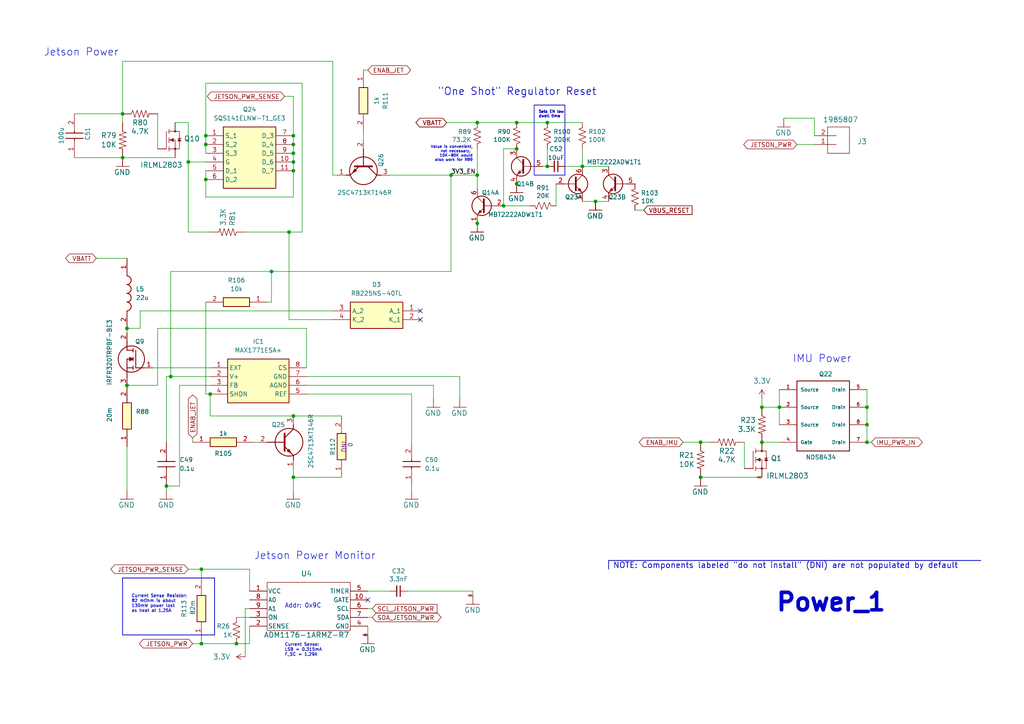
<source format=kicad_sch>
(kicad_sch (version 20230121) (generator eeschema)
  (paper "A4")
  (title_block (title "PyCubed Mainboard") (date "2021-06-09") (rev "v05c") (company "Max Holliday"))
  (junction (at 203.2 138.43))
  (junction (at 220.98 118.11))
  (junction (at 78.74 78.74))
  (junction (at 59.69 39.37))
  (junction (at 251.46 123.19))
  (junction (at 138.43 64.77))
  (junction (at 85.09 138.43))
  (junction (at 149.86 43.18))
  (junction (at 54.61 46.99))
  (junction (at 58.42 165.1))
  (junction (at 158.75 48.26))
  (junction (at 203.2 128.27))
  (junction (at 251.46 128.27))
  (junction (at 172.72 58.42))
  (junction (at 85.09 49.53))
  (junction (at 158.75 35.56))
  (junction (at 48.26 140.97))
  (junction (at 49.53 109.22))
  (junction (at 58.42 186.69))
  (junction (at 85.09 39.37))
  (junction (at 83.82 67.31))
  (junction (at 68.58 186.69))
  (junction (at 138.43 50.8))
  (junction (at 36.83 111.76))
  (junction (at 251.46 118.11))
  (junction (at 85.09 120.65))
  (junction (at 168.91 48.26))
  (junction (at 85.09 41.91))
  (junction (at 146.05 59.69))
  (junction (at 85.09 44.45))
  (junction (at 35.56 33.02))
  (junction (at 220.98 128.27))
  (junction (at 60.96 114.3))
  (junction (at 149.86 35.56))
  (junction (at 59.69 52.07))
  (junction (at 130.81 50.8))
  (junction (at 149.86 53.34))
  (junction (at 226.06 118.11))
  (junction (at 138.43 35.56))
  (junction (at 85.09 46.99))
  (junction (at 59.69 41.91))
  (junction (at 36.83 95.25))
  (junction (at 35.56 45.72))
  (no_connect (at 121.92 92.71))
  (no_connect (at 121.92 90.17))
  (no_connect (at 106.68 173.99))
  (polyline (pts (xy 35.56 184.15) (xy 35.56 167.64)))
  (wire (pts (xy 137.16 172.72) (xy 137.16 171.45)))
  (wire (pts (xy 85.09 120.65) (xy 99.06 120.65)))
  (wire (pts (xy 82.55 27.94) (xy 85.09 27.94)))
  (wire (pts (xy 77.47 87.63) (xy 78.74 87.63)))
  (wire (pts (xy 36.83 111.76) (xy 45.72 111.76)))
  (wire (pts (xy 226.06 128.27) (xy 220.98 128.27)))
  (wire (pts (xy 203.2 128.27) (xy 198.12 128.27)))
  (wire (pts (xy 58.42 186.69) (xy 68.58 186.69)))
  (wire (pts (xy 49.53 78.74) (xy 49.53 109.22)))
  (wire (pts (xy 35.56 33.02) (xy 35.56 35.56)))
  (polyline (pts (xy 62.23 167.64) (xy 62.23 184.15)))
  (wire (pts (xy 85.09 120.65) (xy 60.96 120.65)))
  (wire (pts (xy 35.56 17.78) (xy 96.52 17.78)))
  (polyline (pts (xy 154.94 50.8) (xy 154.94 30.48)))
  (polyline (pts (xy 154.94 50.8) (xy 154.94 30.48)))
  (wire (pts (xy 125.73 111.76) (xy 125.73 115.57)))
  (wire (pts (xy 48.26 109.22) (xy 48.26 128.27)))
  (wire (pts (xy 59.69 24.13) (xy 59.69 39.37)))
  (wire (pts (xy 54.61 46.99) (xy 54.61 67.31)))
  (wire (pts (xy 55.88 127) (xy 55.88 128.27)))
  (wire (pts (xy 231.14 41.91) (xy 236.22 41.91)))
  (wire (pts (xy 36.83 142.24) (xy 36.83 129.54)))
  (wire (pts (xy 226.06 118.11) (xy 226.06 113.03)))
  (wire (pts (xy 45.72 95.25) (xy 88.9 95.25)))
  (polyline (pts (xy 62.23 184.15) (xy 35.56 184.15)))
  (wire (pts (xy 88.9 109.22) (xy 133.35 109.22)))
  (wire (pts (xy 106.68 184.15) (xy 106.68 181.61)))
  (wire (pts (xy 119.38 140.97) (xy 119.38 142.24)))
  (wire (pts (xy 40.64 95.25) (xy 40.64 90.17)))
  (polyline (pts (xy 163.83 50.8) (xy 154.94 50.8)))
  (polyline (pts (xy 163.83 50.8) (xy 154.94 50.8)))
  (wire (pts (xy 157.48 48.26) (xy 158.75 48.26)))
  (wire (pts (xy 59.69 57.15) (xy 85.09 57.15)))
  (wire (pts (xy 161.29 59.69) (xy 161.29 53.34)))
  (polyline (pts (xy 62.23 167.64) (xy 62.23 184.15)))
  (wire (pts (xy 137.16 171.45) (xy 118.11 171.45)))
  (wire (pts (xy 85.09 41.91) (xy 85.09 44.45)))
  (wire (pts (xy 119.38 128.27) (xy 119.38 114.3)))
  (wire (pts (xy 45.72 111.76) (xy 45.72 95.25)))
  (wire (pts (xy 78.74 87.63) (xy 78.74 78.74)))
  (wire (pts (xy 215.9 135.89) (xy 215.9 128.27)))
  (wire (pts (xy 105.41 38.1) (xy 105.41 40.64)))
  (wire (pts (xy 44.45 106.68) (xy 60.96 106.68)))
  (wire (pts (xy 227.33 34.29) (xy 236.22 34.29)))
  (wire (pts (xy 83.82 67.31) (xy 71.12 67.31)))
  (wire (pts (xy 158.75 35.56) (xy 168.91 35.56)))
  (polyline (pts (xy 35.56 167.64) (xy 62.23 167.64)))
  (wire (pts (xy 176.53 58.42) (xy 172.72 58.42)))
  (wire (pts (xy 59.69 39.37) (xy 59.69 41.91)))
  (wire (pts (xy 71.12 190.5) (xy 71.12 176.53)))
  (polyline (pts (xy 163.83 50.8) (xy 163.83 30.48)))
  (polyline (pts (xy 163.83 50.8) (xy 163.83 30.48)))
  (wire (pts (xy 113.03 50.8) (xy 130.81 50.8)))
  (wire (pts (xy 59.69 52.07) (xy 59.69 57.15)))
  (wire (pts (xy 59.69 41.91) (xy 59.69 44.45)))
  (wire (pts (xy 85.09 138.43) (xy 85.09 142.24)))
  (wire (pts (xy 87.63 67.31) (xy 83.82 67.31)))
  (wire (pts (xy 54.61 67.31) (xy 60.96 67.31)))
  (wire (pts (xy 251.46 123.19) (xy 251.46 128.27)))
  (wire (pts (xy 186.69 60.96) (xy 184.15 60.96)))
  (wire (pts (xy 146.05 43.18) (xy 149.86 43.18)))
  (wire (pts (xy 21.59 45.72) (xy 35.56 45.72)))
  (wire (pts (xy 107.95 179.07) (xy 106.68 179.07)))
  (polyline (pts (xy 35.56 184.15) (xy 35.56 167.64)))
  (wire (pts (xy 59.69 114.3) (xy 60.96 114.3)))
  (wire (pts (xy 129.54 35.56) (xy 138.43 35.56)))
  (wire (pts (xy 149.86 35.56) (xy 158.75 35.56)))
  (wire (pts (xy 205.74 128.27) (xy 203.2 128.27)))
  (wire (pts (xy 58.42 165.1) (xy 72.39 165.1)))
  (wire (pts (xy 87.63 24.13) (xy 87.63 67.31)))
  (wire (pts (xy 60.96 111.76) (xy 52.07 111.76)))
  (wire (pts (xy 48.26 140.97) (xy 48.26 142.24)))
  (wire (pts (xy 58.42 185.42) (xy 58.42 186.69)))
  (wire (pts (xy 35.56 45.72) (xy 50.8 45.72)))
  (wire (pts (xy 55.88 186.69) (xy 58.42 186.69)))
  (wire (pts (xy 138.43 43.18) (xy 138.43 50.8)))
  (wire (pts (xy 21.59 33.02) (xy 35.56 33.02)))
  (wire (pts (xy 133.35 109.22) (xy 133.35 115.57)))
  (wire (pts (xy 220.98 118.11) (xy 220.98 115.57)))
  (wire (pts (xy 59.69 87.63) (xy 59.69 114.3)))
  (wire (pts (xy 52.07 111.76) (xy 52.07 140.97)))
  (wire (pts (xy 36.83 95.25) (xy 36.83 96.52)))
  (wire (pts (xy 54.61 165.1) (xy 58.42 165.1)))
  (wire (pts (xy 251.46 113.03) (xy 251.46 118.11)))
  (wire (pts (xy 220.98 138.43) (xy 203.2 138.43)))
  (wire (pts (xy 52.07 140.97) (xy 48.26 140.97)))
  (wire (pts (xy 85.09 57.15) (xy 85.09 49.53)))
  (wire (pts (xy 130.81 78.74) (xy 78.74 78.74)))
  (polyline (pts (xy 176.53 162.56) (xy 284.48 162.56)))
  (polyline (pts (xy 176.53 162.56) (xy 284.48 162.56)))
  (wire (pts (xy 85.09 135.89) (xy 85.09 138.43)))
  (wire (pts (xy 68.58 186.69) (xy 72.39 186.69)))
  (wire (pts (xy 50.8 35.56) (xy 54.61 35.56)))
  (wire (pts (xy 68.58 179.07) (xy 72.39 179.07)))
  (wire (pts (xy 40.64 90.17) (xy 96.52 90.17)))
  (wire (pts (xy 96.52 50.8) (xy 96.52 17.78)))
  (wire (pts (xy 130.81 50.8) (xy 138.43 50.8)))
  (wire (pts (xy 73.66 128.27) (xy 74.93 128.27)))
  (polyline (pts (xy 35.56 167.64) (xy 62.23 167.64)))
  (wire (pts (xy 236.22 34.29) (xy 236.22 39.37)))
  (wire (pts (xy 85.09 44.45) (xy 85.09 46.99)))
  (wire (pts (xy 85.09 39.37) (xy 85.09 41.91)))
  (wire (pts (xy 138.43 35.56) (xy 149.86 35.56)))
  (wire (pts (xy 158.75 43.18) (xy 158.75 48.26)))
  (wire (pts (xy 168.91 43.18) (xy 168.91 48.26)))
  (wire (pts (xy 163.83 48.26) (xy 168.91 48.26)))
  (wire (pts (xy 45.72 33.02) (xy 45.72 43.18)))
  (wire (pts (xy 54.61 46.99) (xy 59.69 46.99)))
  (wire (pts (xy 59.69 24.13) (xy 87.63 24.13)))
  (wire (pts (xy 119.38 114.3) (xy 88.9 114.3)))
  (wire (pts (xy 36.83 95.25) (xy 40.64 95.25)))
  (wire (pts (xy 48.26 109.22) (xy 49.53 109.22)))
  (wire (pts (xy 106.68 171.45) (xy 113.03 171.45)))
  (wire (pts (xy 85.09 27.94) (xy 85.09 39.37)))
  (wire (pts (xy 72.39 165.1) (xy 72.39 171.45)))
  (wire (pts (xy 146.05 59.69) (xy 146.05 43.18)))
  (wire (pts (xy 97.79 50.8) (xy 96.52 50.8)))
  (wire (pts (xy 226.06 123.19) (xy 226.06 118.11)))
  (wire (pts (xy 96.52 92.71) (xy 83.82 92.71)))
  (wire (pts (xy 71.12 176.53) (xy 72.39 176.53)))
  (wire (pts (xy 58.42 165.1) (xy 58.42 167.64)))
  (wire (pts (xy 172.72 58.42) (xy 168.91 58.42)))
  (wire (pts (xy 85.09 46.99) (xy 85.09 49.53)))
  (wire (pts (xy 251.46 118.11) (xy 251.46 123.19)))
  (wire (pts (xy 78.74 78.74) (xy 49.53 78.74)))
  (polyline (pts (xy 163.83 30.48) (xy 154.94 30.48)))
  (polyline (pts (xy 163.83 30.48) (xy 154.94 30.48)))
  (wire (pts (xy 176.53 48.26) (xy 168.91 48.26)))
  (wire (pts (xy 107.95 176.53) (xy 106.68 176.53)))
  (wire (pts (xy 130.81 50.8) (xy 130.81 78.74)))
  (polyline (pts (xy 176.53 165.1) (xy 176.53 162.56)))
  (polyline (pts (xy 176.53 165.1) (xy 176.53 162.56)))
  (wire (pts (xy 49.53 109.22) (xy 60.96 109.22)))
  (wire (pts (xy 226.06 118.11) (xy 220.98 118.11)))
  (wire (pts (xy 153.67 59.69) (xy 146.05 59.69)))
  (wire (pts (xy 99.06 138.43) (xy 85.09 138.43)))
  (wire (pts (xy 88.9 111.76) (xy 125.73 111.76)))
  (wire (pts (xy 59.69 49.53) (xy 59.69 52.07)))
  (wire (pts (xy 88.9 95.25) (xy 88.9 106.68)))
  (wire (pts (xy 35.56 17.78) (xy 35.56 33.02)))
  (wire (pts (xy 27.94 74.93) (xy 36.83 74.93)))
  (wire (pts (xy 83.82 92.71) (xy 83.82 67.31)))
  (wire (pts (xy 105.41 20.32) (xy 106.68 20.32)))
  (wire (pts (xy 54.61 35.56) (xy 54.61 46.99)))
  (wire (pts (xy 251.46 128.27) (xy 252.73 128.27)))
  (wire (pts (xy 138.43 50.8) (xy 138.43 54.61)))
  (wire (pts (xy 72.39 186.69) (xy 72.39 181.61)))
  (wire (pts (xy 60.96 120.65) (xy 60.96 114.3)))
  (polyline (pts (xy 62.23 184.15) (xy 35.56 184.15)))
  (text "IMU Power" (at 229.87 105.41 0) (effects (font (size 2.159 2.159)) (justify left bottom)))
  (text "Sets EN low\ndwell time" (at 156.21 34.29 0) (effects (font (size 0.7874 0.7874)) (justify left bottom)))
  (text "Sets EN low\ndwell time" (at 156.21 34.29 0) (effects (font (size 0.7874 0.7874)) (justify left bottom)))
  (text "Value is convenient,\nnot necessary. \n10K-80K would\nalso work for R89" (at 137.16 46.99 0) (effects (font (size 0.7874 0.7874)) (justify right bottom)))
  (text "Jetson Power Monitor" (at 73.66 162.56 0) (effects (font (size 2.159 2.159)) (justify left bottom)))
  (text "Jetson Power" (at 12.7 16.51 0) (effects (font (size 2.159 2.159)) (justify left bottom)))
  (text "Current Sense:\nLSB = 0.315mA\nF_SC = 1.29A" (at 82.55 190.5 0) (effects (font (size 0.889 0.889)) (justify left bottom)))
  (text "Addr: 0x9C" (at 82.55 176.53 0) (effects (font (size 1.27 1.27)) (justify left bottom)))
  (text "Power_1" (at 224.79 177.8 0) (effects (font (size 5.08 5.08) (thickness 1.016) bold) (justify left bottom)))
  (text "Power" (at 224.79 177.8 0) (effects (font (size 5.08 5.08) (thickness 1.016) bold) (justify left bottom)))
  (text "Current Sense Resistor:\n82 mOhm is about \n130mW power lost\nas heat at 1.25A" (at 38.1 177.8 0) (effects (font (size 0.889 0.889)) (justify left bottom)))
  (text "NOTE: Components labeled \"do not install\" (DNI) are not populated by default" (at 177.8 165.1 0) (effects (font (size 1.651 1.651)) (justify left bottom)))
  (text "NOTE: Components labeled \"do not install\" (DNI) are not populated by default" (at 177.8 165.1 0) (effects (font (size 1.651 1.651)) (justify left bottom)))
  (text "\"One Shot\" Regulator Reset" (at 127 27.94 0) (effects (font (size 2.159 2.159)) (justify left bottom)))
  (text "\"One Shot\" Regulator Reset" (at 127 27.94 0) (effects (font (size 2.159 2.159)) (justify left bottom)))
  (label "3V3_EN" (at 130.81 50.8 0))
  (label "3V3_EN" (at 130.81 50.8 0))
  (global_label "JETSON_PWR_SENSE" (shape bidirectional) (at 54.61 165.1 180) (property "Intersheetrefs" "${INTERSHEET_REFS}" (effects hide)))
  (global_label "JETSON_PWR" (shape bidirectional) (at 55.88 186.69 180) (property "Intersheetrefs" "${INTERSHEET_REFS}" (effects hide)))
  (global_label "VBUS_RESET" (shape input) (at 186.69 60.96 0) (property "Intersheetrefs" "${INTERSHEET_REFS}" (effects hide)))
  (global_label "GND" (shape bidirectional) (at 137.16 172.72 180) (effects (font (size 0.254 0.254))) (property "Intersheetrefs" "${INTERSHEET_REFS}" (effects hide)))
  (global_label "ENAB_IMU" (shape bidirectional) (at 198.12 128.27 180) (property "Intersheetrefs" "${INTERSHEET_REFS}" (effects hide)))
  (global_label "GND" (shape bidirectional) (at 106.68 184.15 180) (effects (font (size 0.254 0.254))) (property "Intersheetrefs" "${INTERSHEET_REFS}" (effects hide)))
  (global_label "VBATT" (shape bidirectional) (at 27.94 74.93 180) (property "Intersheetrefs" "${INTERSHEET_REFS}" (effects hide)))
  (global_label "GND" (shape bidirectional) (at 106.68 184.15 180) (effects (font (size 0.254 0.254))) (property "Intersheetrefs" "${INTERSHEET_REFS}" (effects hide)))
  (global_label "VBUS_RESET" (shape input) (at 186.69 60.96 0) (property "Intersheetrefs" "${INTERSHEET_REFS}" (effects hide)))
  (global_label "JETSON_PWR_SENSE" (shape bidirectional) (at 82.55 27.94 180) (property "Intersheetrefs" "${INTERSHEET_REFS}" (effects hide)))
  (global_label "ENAB_JET" (shape bidirectional) (at 55.88 127 90) (property "Intersheetrefs" "${INTERSHEET_REFS}" (effects hide)))
  (global_label "SCL_JETSON_PWR" (shape input) (at 107.95 176.53 0) (property "Intersheetrefs" "${INTERSHEET_REFS}" (effects hide)))
  (global_label "JETSON_PWR" (shape bidirectional) (at 231.14 41.91 180) (property "Intersheetrefs" "${INTERSHEET_REFS}" (effects hide)))
  (global_label "SDA_JETSON_PWR" (shape bidirectional) (at 107.95 179.07 0) (property "Intersheetrefs" "${INTERSHEET_REFS}" (effects hide)))
  (global_label "VBATT" (shape bidirectional) (at 129.54 35.56 180) (property "Intersheetrefs" "${INTERSHEET_REFS}" (effects hide)))
  (global_label "ENAB_JET" (shape bidirectional) (at 106.68 20.32 0) (property "Intersheetrefs" "${INTERSHEET_REFS}" (effects hide)))
  (global_label "IMU_PWR_IN" (shape bidirectional) (at 252.73 128.27 0) (property "Intersheetrefs" "${INTERSHEET_REFS}" (effects hide)))
  (global_label "GND" (shape bidirectional) (at 220.98 138.43 180) (effects (font (size 0.254 0.254))) (property "Intersheetrefs" "${INTERSHEET_REFS}" (effects hide)))
  (global_label "VBATT" (shape bidirectional) (at 129.54 35.56 180) (property "Intersheetrefs" "${INTERSHEET_REFS}" (effects hide)))
  (symbol (lib_id "mainboard:GND") (at 172.72 60.96 0) (unit 1)
    (property "Reference" "#GND072" (effects hide))
    (property "Value" "GND" (at 170.18 63.5 0) (effects (font (size 1.4986 1.4986)) (justify left bottom)))
    (instances (project "mainboard" (path "" (reference "#GND072") (unit 1)) (path "" (reference "#GND?") (unit 1)) (path "" (reference "#GND0124") (unit 1))))
  )
  (symbol (lib_id "mainboard:M023.5MM_LOCK") (at 243.84 41.91 0) (mirror y) (unit 1)
    (property "Reference" "J3" (at 251.46 41.91 0) (effects (font (size 1.4986 1.4986)) (justify left bottom)))
    (property "Value" "1985807" (at 248.92 35.56 0) (effects (font (size 1.4986 1.4986)) (justify left bottom)))
    (property "Footprint" "mainboard:SCREWTERMINAL-3.5MM-2_LOCK" (effects hide))
    (property "Datasheet" "https://www.mouser.com/datasheet/2/324/4/1985807-1458929.pdf" (effects hide))
    (property "Description" "2-pin Screw Terminal - Side Entry" (effects hide))
    (property "Flight" "1985807" (effects hide))
    (property "Manufacturer_Name" "Phoenix Contact" (effects hide))
    (property "Manufacturer_Part_Number" "1985807" (effects hide))
    (property "Proto" "1985807" (effects hide))
    (instances (project "mainboard" (path "" (reference "J3") (unit 1)) (path "" (reference "JP?") (unit 1)) (path "" (reference "J9") (unit 1))))
  )
  (symbol (lib_id "mainboard:GND") (at 85.09 144.78 0) (unit 1)
    (property "Reference" "#GND072" (effects hide))
    (property "Value" "GND" (at 82.55 147.32 0) (effects (font (size 1.4986 1.4986)) (justify left bottom)))
    (instances (project "mainboard" (path "" (reference "#GND072") (unit 1)) (path "" (reference "#GND?") (unit 1)) (path "" (reference "#GND072") (unit 1))))
  )
  (symbol (lib_id "SamacSys_Parts:ERJ-6BWFR082V") (at 58.42 185.42 90) (unit 1)
    (property "Reference" "R113" (at 53.34 173.99 0) (effects (justify right)))
    (property "Value" "82m" (at 55.88 173.99 0) (effects (justify right)))
    (property "Footprint" "ERJ6_B_BW_R_LW_CW_D" (effects hide))
    (property "Datasheet" "https://componentsearchengine.com/Datasheets/1/ERJ-6BWFR082V.pdf" (effects hide))
    (property "Mouser Part Number" "667-ERJ-6BWFR082V" (effects hide))
    (property "Mouser Price/Stock" "https://www.mouser.com/Search/Refine.aspx?Keyword=667-ERJ-6BWFR082V" (effects hide))
    (property "Manufacturer_Name" "Panasonic" (effects hide))
    (property "Manufacturer_Part_Number" "ERJ-6BWFR082V" (effects hide))
  )
  (symbol (lib_id "mainboard:GND") (at 36.83 144.78 0) (unit 1)
    (property "Reference" "#GND072" (effects hide))
    (property "Value" "GND" (at 34.29 147.32 0) (effects (font (size 1.4986 1.4986)) (justify left bottom)))
    (instances (project "mainboard" (path "" (reference "#GND072") (unit 1)) (path "" (reference "#GND?") (unit 1)) (path "" (reference "#GND0122") (unit 1))))
  )
  (symbol (lib_id "SamacSys_Parts:ERJ-1GJ0R00C") (at 99.06 138.43 90) (unit 1)
    (property "Reference" "R112" (at 96.52 127 0) (effects (justify right)))
    (property "Value" "0" (at 101.6 128.27 0) (effects (justify right)))
    (property "Footprint" "ERJ1GJJ2R4C" (effects hide))
    (property "Datasheet" "https://industrial.panasonic.com/cdbs/www-data/pdf/RDA0000/AOA0000C301.pdf" (effects hide))
    (property "Height" "0.26" (effects hide))
    (property "Mouser Part Number" "667-ERJ-1GJ0R00C" (effects hide))
    (property "Mouser Price/Stock" "https://www.mouser.co.uk/ProductDetail/Panasonic/ERJ-1GJ0R00C?qs=OcgtsXO%252B3gsHTMloWTpOqQ%3D%3D" (effects hide))
    (property "Manufacturer_Name" "Panasonic" (effects hide))
    (property "Manufacturer_Part_Number" "ERJ-1GJ0R00C" (effects hide))
    (property "DNI" "DNI" (at 99.06 129.54 0) (effects (justify top)))
  )
  (symbol (lib_id "mainboard:GND") (at 133.35 118.11 0) (unit 1)
    (property "Reference" "#GND072" (effects hide))
    (property "Value" "GND" (at 130.81 120.65 0) (effects (font (size 1.4986 1.4986)) (justify left bottom)))
    (instances (project "mainboard" (path "" (reference "#GND072") (unit 1)) (path "" (reference "#GND?") (unit 1)) (path "" (reference "#GND0127") (unit 1))))
  )
  (symbol (lib_id "Device:C_Small") (at 161.29 48.26 270) (unit 1)
    (property "Reference" "C52" (at 161.29 43.18 90))
    (property "Value" "10uF" (at 161.29 45.72 90))
    (property "Footprint" "Capacitor_SMD:C_0603_1608Metric" (effects hide))
    (property "Description" "10uF +-20% 10V X5R" (effects hide))
  )
  (symbol (lib_id "mainboard:GND") (at 125.73 118.11 0) (unit 1)
    (property "Reference" "#GND072" (effects hide))
    (property "Value" "GND" (at 123.19 120.65 0) (effects (font (size 1.4986 1.4986)) (justify left bottom)))
    (instances (project "mainboard" (path "" (reference "#GND072") (unit 1)) (path "" (reference "#GND?") (unit 1)) (path "" (reference "#GND0128") (unit 1))))
  )
  (symbol (lib_id "mainboard:GND") (at 149.86 55.88 0) (unit 1)
    (property "Reference" "#GND071" (effects hide))
    (property "Value" "GND" (at 147.32 58.42 0) (effects (font (size 1.4986 1.4986)) (justify left bottom)))
    (instances (project "mainboard" (path "" (reference "#GND071") (unit 1)) (path "" (reference "#GND?") (unit 1)) (path "" (reference "#GND071") (unit 1))))
  )
  (symbol (lib_id "SamacSys_Parts:ERJ-1GJF1002C") (at 77.47 87.63 180) (unit 1)
    (property "Reference" "R106" (at 68.58 81.28 0))
    (property "Value" "10k" (at 68.58 83.82 0))
    (property "Footprint" "ERJ1GJJ2R4C" (effects hide))
    (property "Datasheet" "https://industrial.panasonic.com/cdbs/www-data/pdf/RDA0000/AOA0000C304.pdf" (effects hide))
    (property "Height" "0.26" (effects hide))
    (property "Mouser Part Number" "667-ERJ-1GJF1002C" (effects hide))
    (property "Mouser Price/Stock" "https://www.mouser.co.uk/ProductDetail/Panasonic/ERJ-1GJF1002C?qs=OcgtsXO%252B3gveAYGlL%2Fftlw%3D%3D" (effects hide))
    (property "Manufacturer_Name" "Panasonic" (effects hide))
    (property "Manufacturer_Part_Number" "ERJ-1GJF1002C" (effects hide))
  )
  (symbol (lib_id "mainboard:GND") (at 149.86 55.88 0) (unit 1)
    (property "Reference" "#GND071" (effects hide))
    (property "Value" "GND" (at 147.32 58.42 0) (effects (font (size 1.4986 1.4986)) (justify left bottom)))
    (instances (project "mainboard" (path "" (reference "#GND071") (unit 1)) (path "" (reference "#GND?") (unit 1)) (path "" (reference "#GND0121") (unit 1))))
  )
  (symbol (lib_id "mainboard:GND") (at 172.72 60.96 0) (unit 1)
    (property "Reference" "#GND072" (effects hide))
    (property "Value" "GND" (at 170.18 63.5 0) (effects (font (size 1.4986 1.4986)) (justify left bottom)))
    (instances (project "mainboard" (path "" (reference "#GND072") (unit 1)) (path "" (reference "#GND?") (unit 1)) (path "" (reference "#GND0125") (unit 1))))
  )
  (symbol (lib_id "mainboard:GND") (at 137.16 175.26 0) (unit 1)
    (property "Reference" "#GND0109" (effects hide))
    (property "Value" "GND" (at 134.62 177.8 0) (effects (font (size 1.4986 1.4986)) (justify left bottom)))
    (instances (project "mainboard" (path "" (reference "#GND0109") (unit 1)) (path "" (reference "#GND?") (unit 1)) (path "" (reference "#GND0129") (unit 1))))
  )
  (symbol (lib_id "SamacSys_Parts:2SC4713KT146R") (at 105.41 40.64 270) (unit 1)
    (property "Reference" "Q26" (at 110.49 44.45 0) (effects (justify left)))
    (property "Value" "2SC4713KT146R" (at 97.79 55.88 90) (effects (justify left)))
    (property "Footprint" "SOT95P280X130-3N" (effects hide))
    (property "Datasheet" "http://rohmfs.rohm.com/en/products/databook/datasheet/discrete/transistor/bipolar/2sc4713kt146r-e.pdf" (effects hide))
    (property "Height" "1.3" (effects hide))
    (property "Mouser Part Number" "755-2SC4713KT146R" (effects hide))
    (property "Mouser Price/Stock" "https://www.mouser.co.uk/ProductDetail/ROHM-Semiconductor/2SC4713KT146R?qs=IsRgwgmxh69T12rcC0HTuA%3D%3D" (effects hide))
    (property "Manufacturer_Name" "ROHM Semiconductor" (effects hide))
    (property "Manufacturer_Part_Number" "2SC4713KT146R" (effects hide))
  )
  (symbol (lib_id "Device:R_US") (at 157.48 59.69 270) (mirror x) (unit 1)
    (property "Reference" "R91" (at 157.48 54.483 90))
    (property "Value" "20K" (at 157.48 56.7944 90))
    (property "Footprint" "Resistor_SMD:R_0603_1608Metric" (effects hide))
    (property "Description" "20K 0603" (effects hide))
    (instances (project "mainboard" (path "" (reference "R91") (unit 1)) (path "" (reference "R?") (unit 1)) (path "" (reference "R91") (unit 1))))
  )
  (symbol (lib_id "SamacSys_Parts:C0603T104K3RACTU") (at 119.38 140.97 90) (unit 1)
    (property "Reference" "C50" (at 123.19 133.35 90) (effects (justify right)))
    (property "Value" "0.1u" (at 123.19 135.89 90) (effects (justify right)))
    (property "Footprint" "CAPC1608X87N" (effects hide))
    (property "Datasheet" "https://content.kemet.com/datasheets/KEM_C1027_X7R_COTS_SMD.pdf" (effects hide))
    (property "Height" "0.87" (effects hide))
    (property "Mouser Part Number" "80-C0603T104K3R" (effects hide))
    (property "Mouser Price/Stock" "https://www.mouser.co.uk/ProductDetail/KEMET/C0603T104K3RACTU?qs=w3%252Bcv6FlocpVW%2FqNvg6pbg%3D%3D" (effects hide))
    (property "Manufacturer_Name" "KEMET" (effects hide))
    (property "Manufacturer_Part_Number" "C0603T104K3RACTU" (effects hide))
  )
  (symbol (lib_id "Device:R_US") (at 184.15 57.15 0) (mirror y) (unit 1)
    (property "Reference" "R103" (at 185.8772 55.9816 0) (effects (justify right)))
    (property "Value" "10K" (at 185.8772 58.293 0) (effects (justify right)))
    (property "Footprint" "Resistor_SMD:R_0603_1608Metric" (effects hide))
    (property "Description" "10K 0603" (effects hide))
    (instances (project "mainboard" (path "" (reference "R103") (unit 1)) (path "" (reference "R?") (unit 1)) (path "" (reference "R103") (unit 1))))
  )
  (symbol (lib_id "mainboard:3.3V") (at 71.12 190.5 90) (unit 1)
    (property "Reference" "#SUPPLY?" (effects hide))
    (property "Value" "3.3V" (at 66.8274 190.5 90) (effects (font (size 1.4986 1.4986)) (justify left)))
    (instances (project "mainboard" (path "" (reference "#SUPPLY?") (unit 1)) (path "" (reference "#SUPPLY?") (unit 1)) (path "" (reference "#SUPPLY010") (unit 1)) (path "" (reference "#SUPPLY0103") (unit 1))))
  )
  (symbol (lib_id "Device:R_US") (at 149.86 39.37 0) (mirror y) (unit 1)
    (property "Reference" "R90" (at 148.1582 38.2016 0) (effects (justify left)))
    (property "Value" "100K" (at 148.1582 40.513 0) (effects (justify left)))
    (property "Footprint" "Resistor_SMD:R_0603_1608Metric" (effects hide))
    (property "Description" "100K 0603" (effects hide))
    (instances (project "mainboard" (path "" (reference "R90") (unit 1)) (path "" (reference "R?") (unit 1)) (path "" (reference "R90") (unit 1))))
  )
  (symbol (lib_id "SamacSys_Parts:PA5432.223NLT") (at 36.83 74.93 270) (unit 1)
    (property "Reference" "L5" (at 39.37 83.82 90) (effects (justify left)))
    (property "Value" "22u" (at 39.37 86.36 90) (effects (justify left)))
    (property "Footprint" "PA5432223NLT" (effects hide))
    (property "Datasheet" "https://productfinder.pulseelectronics.com/api/public/uploads/product-attachments/datasheet_p890_1608108621.pdf" (effects hide))
    (property "Height" "6" (effects hide))
    (property "Mouser Part Number" "673-PA5432.223NLT" (effects hide))
    (property "Mouser Price/Stock" "https://www.mouser.co.uk/ProductDetail/Pulse-Electronics/PA5432.223NLT?qs=pUKx8fyJudD0Br41f2NXvA%3D%3D" (effects hide))
    (property "Manufacturer_Name" "Pulse Electronics" (effects hide))
    (property "Manufacturer_Part_Number" "PA5432.223NLT" (effects hide))
  )
  (symbol (lib_id "mainboard:GND") (at 48.26 144.78 0) (unit 1)
    (property "Reference" "#GND072" (effects hide))
    (property "Value" "GND" (at 45.72 147.32 0) (effects (font (size 1.4986 1.4986)) (justify left bottom)))
    (instances (project "mainboard" (path "" (reference "#GND072") (unit 1)) (path "" (reference "#GND?") (unit 1)) (path "" (reference "#GND0123") (unit 1))))
  )
  (symbol (lib_id "SamacSys_Parts:C0603T104K3RACTU") (at 48.26 140.97 90) (unit 1)
    (property "Reference" "C49" (at 52.07 133.35 90) (effects (justify right)))
    (property "Value" "0.1u" (at 52.07 135.89 90) (effects (justify right)))
    (property "Footprint" "CAPC1608X87N" (effects hide))
    (property "Datasheet" "https://content.kemet.com/datasheets/KEM_C1027_X7R_COTS_SMD.pdf" (effects hide))
    (property "Height" "0.87" (effects hide))
    (property "Mouser Part Number" "80-C0603T104K3R" (effects hide))
    (property "Mouser Price/Stock" "https://www.mouser.co.uk/ProductDetail/KEMET/C0603T104K3RACTU?qs=w3%252Bcv6FlocpVW%2FqNvg6pbg%3D%3D" (effects hide))
    (property "Manufacturer_Name" "KEMET" (effects hide))
    (property "Manufacturer_Part_Number" "C0603T104K3RACTU" (effects hide))
  )
  (symbol (lib_id "SamacSys_Parts:ERJ-1GJF1001C") (at 105.41 20.32 270) (unit 1)
    (property "Reference" "R111" (at 111.76 29.21 0))
    (property "Value" "1k" (at 109.22 29.21 0))
    (property "Footprint" "ERJ1GJJ2R4C" (effects hide))
    (property "Datasheet" "https://industrial.panasonic.com/cdbs/www-data/pdf/RDA0000/AOA0000C304.pdf" (effects hide))
    (property "Height" "0.26" (effects hide))
    (property "Mouser Part Number" "667-ERJ-1GJF1001C" (effects hide))
    (property "Mouser Price/Stock" "https://www.mouser.co.uk/ProductDetail/Panasonic/ERJ-1GJF1001C?qs=OcgtsXO%252B3guJUjvXwXq4eA%3D%3D" (effects hide))
    (property "Manufacturer_Name" "Panasonic" (effects hide))
    (property "Manufacturer_Part_Number" "ERJ-1GJF1001C" (effects hide))
  )
  (symbol (lib_id "mainboard:ADM1176-1ARMZ-R7") (at 69.85 157.48 0) (unit 1)
    (property "Reference" "U4" (at 88.9 166.37 0) (effects (font (size 1.524 1.524))))
    (property "Value" "ADM1176-1ARMZ-R7" (at 88.9 184.15 0) (effects (font (size 1.524 1.524))))
    (property "Footprint" "mainboard:ADM1176-1ARMZ-R7" (effects hide))
    (property "Datasheet" "https://www.analog.com/media/en/technical-documentation/data-sheets/ADM1176.pdf" (effects hide))
    (property "Description" "Power Monitor" (effects hide))
    (property "Flight" "ADM1176-1ARMZ-R7" (effects hide))
    (property "Manufacturer_Name" "Analog Devices Inc." (effects hide))
    (property "Manufacturer_Part_Number" "ADM1176-1ARMZ-R7" (effects hide))
    (property "Proto" "ADM1176-1ARMZ-R7" (effects hide))
    (instances (project "mainboard" (path "" (reference "U4") (unit 1)) (path "" (reference "U18") (unit 1))))
  )
  (symbol (lib_id "Device:C_Small") (at 115.57 171.45 270) (unit 1)
    (property "Reference" "C32" (at 115.57 165.6334 90))
    (property "Value" "3.3nF" (at 115.57 167.9448 90))
    (property "Footprint" "Capacitor_SMD:C_0603_1608Metric" (effects hide))
    (property "Description" "3.3nF +-10% 100V X7R 0603" (effects hide))
    (instances (project "mainboard" (path "" (reference "C32") (unit 1)) (path "" (reference "C47") (unit 1))))
  )
  (symbol (lib_id "Transistor_BJT:MBT2222ADW1T1") (at 152.4 48.26 0) (mirror y) (unit 2)
    (property "Reference" "Q14" (at 154.94 53.34 0) (effects (justify left)))
    (property "Value" "MBT2222ADW1T1" (effects hide))
    (property "Footprint" "Package_TO_SOT_SMD:SOT-363_SC-70-6" (effects hide))
    (property "Datasheet" "http://www.onsemi.com/pub_link/Collateral/MBT2222ADW1T1-D.PDF" (effects hide))
    (property "Description" "Dual NPN BJT - 2NPN" (effects hide))
    (property "Flight" "MBT2222ADW1T1G" (effects hide))
    (property "Manufacturer_Name" "ON Semiconductor" (effects hide))
    (property "Manufacturer_Part_Number" "MBT2222ADW1T1G" (effects hide))
    (property "Proto" "MBT2222ADW1T1G" (effects hide))
  )
  (symbol (lib_id "Device:R_US") (at 158.75 39.37 0) (mirror y) (unit 1)
    (property "Reference" "R100" (at 160.4772 38.2016 0) (effects (justify right)))
    (property "Value" "200K" (at 160.4772 40.513 0) (effects (justify right)))
    (property "Footprint" "Resistor_SMD:R_0603_1608Metric" (effects hide))
    (property "Description" "200K 0603" (effects hide))
    (instances (project "mainboard" (path "" (reference "R100") (unit 1)) (path "" (reference "R?") (unit 1)) (path "" (reference "R100") (unit 1))))
  )
  (symbol (lib_id "mainboard:GND") (at 138.43 67.31 0) (unit 1)
    (property "Reference" "#GND070" (effects hide))
    (property "Value" "GND" (at 135.89 69.85 0) (effects (font (size 1.4986 1.4986)) (justify left bottom)))
    (instances (project "mainboard" (path "" (reference "#GND070") (unit 1)) (path "" (reference "#GND?") (unit 1)) (path "" (reference "#GND070") (unit 1))))
  )
  (symbol (lib_id "mainboard:IRLML2803TRPBF") (at 218.44 133.35 0) (unit 1)
    (property "Reference" "Q1" (at 223.52 132.08 0) (effects (font (size 1.4986 1.4986)) (justify left top)))
    (property "Value" "IRLML2803" (at 222.25 137.16 0) (effects (font (size 1.4986 1.4986)) (justify left top)))
    (property "Footprint" "mainboard:SOT-23" (effects hide))
    (property "Datasheet" "https://www.infineon.com/dgdl/irlml2803pbf.pdf?fileId=5546d462533600a4015356682aff260f" (effects hide))
    (property "Description" "Single N-Channel MOSFET" (effects hide))
    (property "Flight" "IRLML2803" (effects hide))
    (property "Manufacturer_Name" "Infineon Technologies" (effects hide))
    (property "Manufacturer_Part_Number" "IRLML2803TRPbF" (effects hide))
    (property "Proto" "2302" (effects hide))
    (instances (project "mainboard" (path "" (reference "Q1") (unit 1)) (path "" (reference "Q?") (unit 1)) (path "" (reference "Q21") (unit 1))))
  )
  (symbol (lib_id "SamacSys_Parts:IRFR320TRPBF-BE3") (at 44.45 106.68 0) (mirror y) (unit 1)
    (property "Reference" "Q9" (at 41.91 99.06 0) (effects (justify left)))
    (property "Value" "IRFR320TRPBF-BE3" (at 31.75 111.76 90) (effects (justify left)))
    (property "Footprint" "IRFR320TRPBFBE3" (effects hide))
    (property "Datasheet" "https://www.vishay.com/docs/91273/sihfr320.pdf" (effects hide))
    (property "Height" "2.52" (effects hide))
    (property "Mouser Part Number" "78-IRFR320TRPBF-BE3" (effects hide))
    (property "Mouser Price/Stock" "https://www.mouser.co.uk/ProductDetail/Vishay-Semiconductors/IRFR320TRPBF-BE3?qs=TCDPyi3sCW35%2Ff7twG6d5A%3D%3D" (effects hide))
    (property "Manufacturer_Name" "Vishay" (effects hide))
    (property "Manufacturer_Part_Number" "IRFR320TRPBF-BE3" (effects hide))
  )
  (symbol (lib_id "mainboard:IRLML2803TRPBF") (at 48.26 40.64 0) (unit 1)
    (property "Reference" "Q10" (at 53.34 39.37 0) (effects (font (size 1.4986 1.4986)) (justify left top)))
    (property "Value" "IRLML2803" (at 40.64 46.99 0) (effects (font (size 1.4986 1.4986)) (justify left top)))
    (property "Footprint" "mainboard:SOT-23" (effects hide))
    (property "Datasheet" "https://www.infineon.com/dgdl/irlml2803pbf.pdf?fileId=5546d462533600a4015356682aff260f" (effects hide))
    (property "Description" "Single N-Channel MOSFET" (effects hide))
    (property "Flight" "IRLML2803" (effects hide))
    (property "Manufacturer_Name" "Infineon Technologies" (effects hide))
    (property "Manufacturer_Part_Number" "IRLML2803TRPbF" (effects hide))
    (property "Proto" "2302" (effects hide))
    (instances (project "mainboard" (path "" (reference "Q10") (unit 1)) (path "" (reference "Q?") (unit 1)) (path "" (reference "Q10") (unit 1))))
  )
  (symbol (lib_id "mainboard:GND") (at 203.2 140.97 0) (unit 1)
    (property "Reference" "#GND020" (effects hide))
    (property "Value" "GND" (at 200.66 143.51 0) (effects (font (size 1.4986 1.4986)) (justify left bottom)))
    (instances (project "mainboard" (path "" (reference "#GND020") (unit 1)) (path "" (reference "#GND?") (unit 1)) (path "" (reference "#GND051") (unit 1))))
  )
  (symbol (lib_id "mainboard:R-US_R0603") (at 35.56 40.64 270) (unit 1)
    (property "Reference" "R79" (at 33.8582 39.2938 90) (effects (font (size 1.4986 1.4986)) (justify right)))
    (property "Value" "10K" (at 33.8582 41.9608 90) (effects (font (size 1.4986 1.4986)) (justify right)))
    (property "Footprint" "Resistor_SMD:R_0603_1608Metric" (effects hide))
    (property "Description" "10K 0603" (effects hide))
    (instances (project "mainboard" (path "" (reference "R79") (unit 1)) (path "" (reference "R?") (unit 1)) (path "" (reference "R79") (unit 1))))
  )
  (symbol (lib_name "NDS8434_2") (lib_id "mainboard:NDS8434") (at 238.76 120.65 0) (unit 1)
    (property "Reference" "Q22" (at 237.49 109.22 0) (effects (justify left bottom)))
    (property "Value" "NDS8434" (at 233.68 133.35 0) (effects (justify left bottom)))
    (property "Footprint" "mainboard:NDS8434" (effects hide))
    (property "Datasheet" "https://www.onsemi.com/pdf/datasheet/nds8434-d.pdf" (effects hide))
    (property "Description" "P-Channel MOSFET" (effects hide))
    (property "Flight" "NDS8434" (effects hide))
    (property "Manufacturer_Name" "ON Semiconductor" (effects hide))
    (property "Manufacturer_Part_Number" "NDS8434" (effects hide))
    (property "Proto" "DMP2022LSS-13" (effects hide))
    (instances (project "mainboard" (path "" (reference "Q22") (unit 1)) (path "" (reference "U?") (unit 1)) (path "" (reference "Q27") (unit 1))))
  )
  (symbol (lib_id "SamacSys_Parts:CL31A107MPKNNWE") (at 21.59 45.72 90) (unit 1)
    (property "Reference" "C51" (at 25.4 36.83 0) (effects (justify right)))
    (property "Value" "100u" (at 17.78 36.83 0) (effects (justify right)))
    (property "Footprint" "CAPC2012X150N" (effects hide))
    (property "Height" "1.5" (effects hide))
    (property "Mouser Part Number" "187-CL31A107MPKNNWE" (effects hide))
    (property "Mouser Price/Stock" "https://www.mouser.co.uk/ProductDetail/Samsung-Electro-Mechanics/CL31A107MPKNNWE?qs=Jm2GQyTW%2FbiZr8a%2Fkozi8w%3D%3D" (effects hide))
    (property "Manufacturer_Name" "SAMSUNG" (effects hide))
    (property "Manufacturer_Part_Number" "CL31A107MPKNNWE" (effects hide))
  )
  (symbol (lib_id "mainboard:GND") (at 138.43 67.31 0) (unit 1)
    (property "Reference" "#GND070" (effects hide))
    (property "Value" "GND" (at 135.89 69.85 0) (effects (font (size 1.4986 1.4986)) (justify left bottom)))
    (instances (project "mainboard" (path "" (reference "#GND070") (unit 1)) (path "" (reference "#GND?") (unit 1)) (path "" (reference "#GND0120") (unit 1))))
  )
  (symbol (lib_id "mainboard:GND") (at 119.38 144.78 0) (unit 1)
    (property "Reference" "#GND072" (effects hide))
    (property "Value" "GND" (at 116.84 147.32 0) (effects (font (size 1.4986 1.4986)) (justify left bottom)))
    (instances (project "mainboard" (path "" (reference "#GND072") (unit 1)) (path "" (reference "#GND?") (unit 1)) (path "" (reference "#GND0126") (unit 1))))
  )
  (symbol (lib_id "mainboard:R-US_R0603") (at 220.98 123.19 270) (unit 1)
    (property "Reference" "R23" (at 219.2782 121.8438 90) (effects (font (size 1.4986 1.4986)) (justify right)))
    (property "Value" "3.3K" (at 219.2782 124.5108 90) (effects (font (size 1.4986 1.4986)) (justify right)))
    (property "Footprint" "Resistor_SMD:R_0603_1608Metric" (effects hide))
    (property "Description" "3.3K 0603" (effects hide))
    (instances (project "mainboard" (path "" (reference "R23") (unit 1)) (path "" (reference "R?") (unit 1)) (path "" (reference "R116") (unit 1))))
  )
  (symbol (lib_id "mainboard:R-US_R0603") (at 66.04 67.31 180) (unit 1)
    (property "Reference" "R81" (at 67.3862 65.6082 90) (effects (font (size 1.4986 1.4986)) (justify right)))
    (property "Value" "3.3K" (at 64.7192 65.6082 90) (effects (font (size 1.4986 1.4986)) (justify right)))
    (property "Footprint" "Resistor_SMD:R_0603_1608Metric" (effects hide))
    (property "Description" "3.3K 0603" (effects hide))
    (instances (project "mainboard" (path "" (reference "R81") (unit 1)) (path "" (reference "R?") (unit 1)) (path "" (reference "R81") (unit 1))))
  )
  (symbol (lib_id "mainboard:GND") (at 35.56 48.26 0) (unit 1)
    (property "Reference" "#GND067" (effects hide))
    (property "Value" "GND" (at 33.02 50.8 0) (effects (font (size 1.4986 1.4986)) (justify left bottom)))
    (instances (project "mainboard" (path "" (reference "#GND067") (unit 1)) (path "" (reference "#GND?") (unit 1)) (path "" (reference "#GND067") (unit 1))))
  )
  (symbol (lib_id "Device:R_US") (at 168.91 39.37 0) (mirror y) (unit 1)
    (property "Reference" "R102" (at 170.6372 38.2016 0) (effects (justify right)))
    (property "Value" "100K" (at 170.6372 40.513 0) (effects (justify right)))
    (property "Footprint" "Resistor_SMD:R_0603_1608Metric" (effects hide))
    (property "Description" "100K 0603" (effects hide))
    (instances (project "mainboard" (path "" (reference "R102") (unit 1)) (path "" (reference "R?") (unit 1)) (path "" (reference "R102") (unit 1))))
  )
  (symbol (lib_id "mainboard:3.3V") (at 220.98 115.57 0) (unit 1)
    (property "Reference" "#SUPPLY06" (effects hide))
    (property "Value" "3.3V" (at 220.98 110.49 0) (effects (font (size 1.4986 1.4986))))
    (instances (project "mainboard" (path "" (reference "#SUPPLY06") (unit 1)) (path "" (reference "#SUPPLY?") (unit 1)) (path "" (reference "#SUPPLY013") (unit 1))))
  )
  (symbol (lib_id "SamacSys_Parts:MAX1771ESA+") (at 60.96 106.68 0) (unit 1)
    (property "Reference" "IC1" (at 74.93 99.06 0))
    (property "Value" "MAX1771ESA+" (at 74.93 101.6 0))
    (property "Footprint" "SOIC127P600X175-8N" (effects hide))
    (property "Datasheet" "http://datasheets.maximintegrated.com/en/ds/MAX1771.pdf" (effects hide))
    (property "Height" "1.75" (effects hide))
    (property "Mouser Part Number" "700-MAX1771ESA" (effects hide))
    (property "Mouser Price/Stock" "https://www.mouser.co.uk/ProductDetail/Maxim-Integrated/MAX1771ESA%2b?qs=1THa7WoU59EgQuAJ5SR28Q%3D%3D" (effects hide))
    (property "Manufacturer_Name" "Analog Devices" (effects hide))
    (property "Manufacturer_Part_Number" "MAX1771ESA+" (effects hide))
  )
  (symbol (lib_id "mainboard:GND") (at 227.33 36.83 0) (unit 1)
    (property "Reference" "#GND072" (effects hide))
    (property "Value" "GND" (at 224.79 39.37 0) (effects (font (size 1.4986 1.4986)) (justify left bottom)))
    (instances (project "mainboard" (path "" (reference "#GND072") (unit 1)) (path "" (reference "#GND?") (unit 1)) (path "" (reference "#GND052") (unit 1))))
  )
  (symbol (lib_id "SamacSys_Parts:2SC4713KT146R") (at 74.93 128.27 0) (unit 1)
    (property "Reference" "Q25" (at 78.74 123.19 0) (effects (justify left)))
    (property "Value" "2SC4713KT146R" (at 90.17 135.89 90) (effects (justify left)))
    (property "Footprint" "SOT95P280X130-3N" (effects hide))
    (property "Datasheet" "http://rohmfs.rohm.com/en/products/databook/datasheet/discrete/transistor/bipolar/2sc4713kt146r-e.pdf" (effects hide))
    (property "Height" "1.3" (effects hide))
    (property "Mouser Part Number" "755-2SC4713KT146R" (effects hide))
    (property "Mouser Price/Stock" "https://www.mouser.co.uk/ProductDetail/ROHM-Semiconductor/2SC4713KT146R?qs=IsRgwgmxh69T12rcC0HTuA%3D%3D" (effects hide))
    (property "Manufacturer_Name" "ROHM Semiconductor" (effects hide))
    (property "Manufacturer_Part_Number" "2SC4713KT146R" (effects hide))
  )
  (symbol (lib_id "SamacSys_Parts:RB225NS-40TL") (at 121.92 90.17 0) (mirror y) (unit 1)
    (property "Reference" "D3" (at 109.22 82.55 0))
    (property "Value" "RB225NS-40TL" (at 109.22 85.09 0))
    (property "Footprint" "RFN10NS3STL" (effects hide))
    (property "Datasheet" "https://fscdn.rohm.com/en/products/databook/datasheet/discrete/diode/schottky_barrier/rb225ns-40tl-e.pdf" (effects hide))
    (property "Mouser Part Number" "755-RB225NS-40TL" (effects hide))
    (property "Mouser Price/Stock" "https://www.mouser.co.uk/ProductDetail/ROHM-Semiconductor/RB225NS-40TL?qs=IsRgwgmxh6%2FAPCsbIbPZ2w%3D%3D" (effects hide))
    (property "Manufacturer_Name" "ROHM Semiconductor" (effects hide))
    (property "Manufacturer_Part_Number" "RB225NS-40TL" (effects hide))
  )
  (symbol (lib_id "SamacSys_Parts:ERJ-B3CFR02V") (at 36.83 129.54 90) (unit 1)
    (property "Reference" "R88" (at 39.37 119.38 90) (effects (justify right)))
    (property "Value" "20m" (at 31.75 118.11 0) (effects (justify right)))
    (property "Footprint" "SamacSys_Parts:ERJB30508" (effects hide))
    (property "Datasheet" "https://componentsearchengine.com/Datasheets/1/ERJ-B3CFR02V.pdf" (effects hide))
    (property "Height" "0.6" (effects hide))
    (property "Mouser Part Number" "667-ERJ-B3CFR02V" (effects hide))
    (property "Mouser Price/Stock" "https://www.mouser.com/Search/Refine.aspx?Keyword=667-ERJ-B3CFR02V" (effects hide))
    (property "Manufacturer_Name" "Panasonic" (effects hide))
    (property "Manufacturer_Part_Number" "ERJ-B3CFR02V" (effects hide))
  )
  (symbol (lib_id "SamacSys_Parts:ERJ-1GJF1001C") (at 55.88 128.27 0) (unit 1)
    (property "Reference" "R105" (at 64.77 130.81 0) (effects (justify top)))
    (property "Value" "1k" (at 64.77 125.73 0))
    (property "Footprint" "ERJ1GJJ2R4C" (effects hide))
    (property "Datasheet" "https://industrial.panasonic.com/cdbs/www-data/pdf/RDA0000/AOA0000C304.pdf" (effects hide))
    (property "Height" "0.26" (effects hide))
    (property "Mouser Part Number" "667-ERJ-1GJF1001C" (effects hide))
    (property "Mouser Price/Stock" "https://www.mouser.co.uk/ProductDetail/Panasonic/ERJ-1GJF1001C?qs=OcgtsXO%252B3guJUjvXwXq4eA%3D%3D" (effects hide))
    (property "Manufacturer_Name" "Panasonic" (effects hide))
    (property "Manufacturer_Part_Number" "ERJ-1GJF1001C" (effects hide))
  )
  (symbol (lib_id "Device:R_US") (at 138.43 39.37 0) (mirror y) (unit 1)
    (property "Reference" "R89" (at 136.7282 38.2016 0) (effects (justify left)))
    (property "Value" "73.2K" (at 136.7282 40.513 0) (effects (justify left)))
    (property "Footprint" "Resistor_SMD:R_0603_1608Metric" (effects hide))
    (property "Description" "73.2K 0603" (effects hide))
    (instances (project "mainboard" (path "" (reference "R89") (unit 1)) (path "" (reference "R?") (unit 1)) (path "" (reference "R89") (unit 1))))
  )
  (symbol (lib_id "SamacSys_Parts:SQS141ELNW-T1_GE3") (at 59.69 39.37 0) (unit 1)
    (property "Reference" "Q24" (at 72.39 31.75 0))
    (property "Value" "SQS141ELNW-T1_GE3" (at 72.39 34.29 0))
    (property "Footprint" "SQS850ENT1_GE3" (effects hide))
    (property "Datasheet" "https://www.mouser.it/ProductDetail/Vishay-Semiconductors/SQS141ELNW-T1_GE3?qs=t7xnP681wgUUJh1P9XVDHQ%3D%3D" (effects hide))
    (property "Height" "1.12" (effects hide))
    (property "Mouser Part Number" "78-SQS141ELNW-T1_GE3" (effects hide))
    (property "Mouser Price/Stock" "https://www.mouser.co.uk/ProductDetail/Vishay-Semiconductors/SQS141ELNW-T1_GE3?qs=t7xnP681wgUUJh1P9XVDHQ%3D%3D" (effects hide))
    (property "Manufacturer_Name" "Vishay" (effects hide))
    (property "Manufacturer_Part_Number" "SQS141ELNW-T1_GE3" (effects hide))
  )
  (symbol (lib_id "mainboard:R-US_R0603") (at 40.64 33.02 0) (unit 1)
    (property "Reference" "R80" (at 40.64 35.56 0) (effects (font (size 1.4986 1.4986))))
    (property "Value" "4.7K" (at 40.64 38.1 0) (effects (font (size 1.4986 1.4986))))
    (property "Footprint" "Resistor_SMD:R_0603_1608Metric" (effects hide))
    (property "Description" "4.7K 0603" (effects hide))
    (instances (project "mainboard" (path "" (reference "R80") (unit 1)) (path "" (reference "R?") (unit 1)) (path "" (reference "R80") (unit 1))))
  )
  (symbol (lib_id "Transistor_BJT:MBT2222ADW1T1") (at 179.07 53.34 0) (mirror y) (unit 2)
    (property "Reference" "Q23" (at 181.61 57.15 0) (effects (justify left)))
    (property "Value" "MBT2222ADW1T1" (effects hide))
    (property "Footprint" "Package_TO_SOT_SMD:SOT-363_SC-70-6" (effects hide))
    (property "Datasheet" "http://www.onsemi.com/pub_link/Collateral/MBT2222ADW1T1-D.PDF" (effects hide))
    (property "Description" "Dual NPN BJT - 2NPN" (effects hide))
    (property "Flight" "MBT2222ADW1T1G" (effects hide))
    (property "Manufacturer_Name" "ON Semiconductor" (effects hide))
    (property "Manufacturer_Part_Number" "MBT2222ADW1T1G" (effects hide))
    (property "Proto" "MBT2222ADW1T1G" (effects hide))
  )
  (symbol (lib_id "mainboard:R-US_R0603") (at 210.82 128.27 0) (unit 1)
    (property "Reference" "R22" (at 210.82 130.81 0) (effects (font (size 1.4986 1.4986))))
    (property "Value" "4.7K" (at 210.82 133.35 0) (effects (font (size 1.4986 1.4986))))
    (property "Footprint" "Resistor_SMD:R_0603_1608Metric" (effects hide))
    (property "Description" "4.7K 0603" (effects hide))
    (instances (project "mainboard" (path "" (reference "R22") (unit 1)) (path "" (reference "R?") (unit 1)) (path "" (reference "R115") (unit 1))))
  )
  (symbol (lib_id "Transistor_BJT:MBT2222ADW1T1") (at 166.37 53.34 0) (unit 1)
    (property "Reference" "Q23" (at 163.83 57.15 0) (effects (justify left)))
    (property "Value" "MBT2222ADW1T1" (at 170.18 46.99 0) (effects (justify left)))
    (property "Footprint" "Package_TO_SOT_SMD:SOT-363_SC-70-6" (effects hide))
    (property "Datasheet" "http://www.onsemi.com/pub_link/Collateral/MBT2222ADW1T1-D.PDF" (effects hide))
    (property "Description" "Dual NPN BJT - 2NPN" (effects hide))
    (property "Flight" "MBT2222ADW1T1G" (effects hide))
    (property "Manufacturer_Name" "ON Semiconductor" (effects hide))
    (property "Manufacturer_Part_Number" "MBT2222ADW1T1G" (effects hide))
    (property "Proto" "MBT2222ADW1T1G" (effects hide))
  )
  (symbol (lib_id "Transistor_BJT:MBT2222ADW1T1") (at 140.97 59.69 0) (mirror y) (unit 1)
    (property "Reference" "Q14" (at 144.78 55.88 0) (effects (justify left)))
    (property "Value" "MBT2222ADW1T1" (at 157.48 62.23 0) (effects (justify left)))
    (property "Footprint" "Package_TO_SOT_SMD:SOT-363_SC-70-6" (effects hide))
    (property "Datasheet" "http://www.onsemi.com/pub_link/Collateral/MBT2222ADW1T1-D.PDF" (effects hide))
    (property "Description" "Dual NPN BJT - 2NPN" (effects hide))
    (property "Flight" "MBT2222ADW1T1G" (effects hide))
    (property "Manufacturer_Name" "ON Semiconductor" (effects hide))
    (property "Manufacturer_Part_Number" "MBT2222ADW1T1G" (effects hide))
    (property "Proto" "MBT2222ADW1T1G" (effects hide))
  )
  (symbol (lib_id "Device:R_US") (at 68.58 182.88 0) (mirror x) (unit 1)
    (property "Reference" "R26" (at 64.77 181.61 0))
    (property "Value" "1K" (at 66.04 184.15 0))
    (property "Footprint" "Resistor_SMD:R_0603_1608Metric" (effects hide))
    (property "Description" "1K 0603" (effects hide))
    (instances (project "mainboard" (path "" (reference "R26") (unit 1)) (path "" (reference "R?") (unit 1)) (path "" (reference "R65") (unit 1))))
  )
  (symbol (lib_id "mainboard:GND") (at 106.68 186.69 0) (unit 1)
    (property "Reference" "#GND0108" (effects hide))
    (property "Value" "GND" (at 104.14 189.23 0) (effects (font (size 1.4986 1.4986)) (justify left bottom)))
    (instances (project "mainboard" (path "" (reference "#GND0108") (unit 1)) (path "" (reference "#GND?") (unit 1)) (path "" (reference "#GND0132") (unit 1))))
  )
  (symbol (lib_id "mainboard:R-US_R0603") (at 203.2 133.35 270) (unit 1)
    (property "Reference" "R21" (at 201.4982 132.0038 90) (effects (font (size 1.4986 1.4986)) (justify right)))
    (property "Value" "10K" (at 201.4982 134.6708 90) (effects (font (size 1.4986 1.4986)) (justify right)))
    (property "Footprint" "Resistor_SMD:R_0603_1608Metric" (effects hide))
    (property "Description" "10K 0603" (effects hide))
    (instances (project "mainboard" (path "" (reference "R21") (unit 1)) (path "" (reference "R?") (unit 1)) (path "" (reference "R114") (unit 1))))
  )
)
</source>
